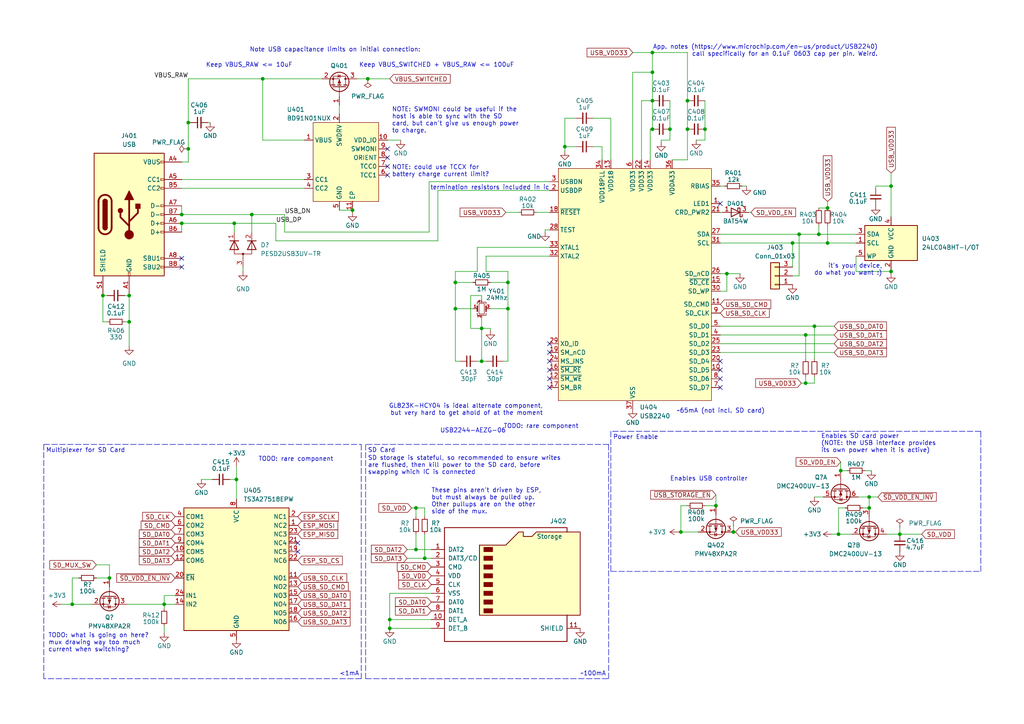
<source format=kicad_sch>
(kicad_sch (version 20211123) (generator eeschema)
  (paper "A4")
  (title_block (title "gay ipod storage + usb interface") (date "2022-09-04") (rev "1"))
  (lib_symbols
    (symbol "Analog_Switch:TS3A27518EPW"
      (property "Reference" "U" (at -13.97 19.05 0))
      (property "Value" "TS3A27518EPW" (at 8.89 19.05 0))
      (symbol "TS3A27518EPW_1_1"
        (pin bidirectional line (at 17.78 12.7 180) (length 2.54) (name "NC2") (number "1"))
        (pin bidirectional line (at -17.78 5.08 0) (length 2.54) (name "COM5") (number "10"))
        (pin bidirectional line (at 17.78 -2.54 180) (length 2.54) (name "NO1") (number "11"))
        (pin bidirectional line (at -17.78 2.54 0) (length 2.54) (name "COM6") (number "12"))
        (pin bidirectional line (at 17.78 -5.08 180) (length 2.54) (name "NO2") (number "13"))
        (pin input line (at -17.78 -10.16 0) (length 2.54) (name "IN2") (number "14"))
        (pin bidirectional line (at 17.78 -7.62 180) (length 2.54) (name "NO3") (number "15"))
        (pin bidirectional line (at 17.78 -15.24 180) (length 2.54) (name "NO6") (number "16"))
        (pin bidirectional line (at 17.78 -10.16 180) (length 2.54) (name "NO4") (number "17"))
        (pin bidirectional line (at 17.78 -12.7 180) (length 2.54) (name "NO5") (number "18"))
        (pin bidirectional line (at 17.78 5.08 180) (length 2.54) (name "NC5") (number "19"))
        (pin bidirectional line (at 17.78 15.24 180) (length 2.54) (name "NC1") (number "2"))
        (pin input line (at -17.78 -2.54 0) (length 2.54) (name "~{EN}") (number "20"))
        (pin bidirectional line (at 17.78 7.62 180) (length 2.54) (name "NC4") (number "21"))
        (pin bidirectional line (at 17.78 2.54 180) (length 2.54) (name "NC6") (number "22"))
        (pin bidirectional line (at 17.78 10.16 180) (length 2.54) (name "NC3") (number "23"))
        (pin input line (at -17.78 -7.62 0) (length 2.54) (name "IN1") (number "24"))
        (pin no_connect line (at -15.24 -15.24 0) (length 2.54) hide (name "N.C.") (number "3"))
        (pin bidirectional line (at -17.78 15.24 0) (length 2.54) (name "COM1") (number "4"))
        (pin power_in line (at 0 -20.32 90) (length 2.54) (name "GND") (number "5"))
        (pin bidirectional line (at -17.78 12.7 0) (length 2.54) (name "COM2") (number "6"))
        (pin bidirectional line (at -17.78 10.16 0) (length 2.54) (name "COM3") (number "7"))
        (pin power_in line (at 0 20.32 270) (length 2.54) (name "VCC") (number "8"))
        (pin bidirectional line (at -17.78 7.62 0) (length 2.54) (name "COM4") (number "9"))
      )
    )
    (symbol "Connector:Micro_SD_Card_Det_Hirose_DM3AT" (pin_names (offset 1.016))
      (property "Reference" "J" (at -16.51 17.78 0))
      (property "Value" "Micro_SD_Card_Det_Hirose_DM3AT" (at 16.51 17.78 0))
      (symbol "Micro_SD_Card_Det_Hirose_DM3AT_1_1"
        (pin bidirectional line (at -22.86 10.16 0) (length 3.81) (name "DAT2") (number "1"))
        (pin passive line (at -22.86 -10.16 0) (length 3.81) (name "DET_A") (number "10"))
        (pin passive line (at 20.32 -12.7 180) (length 3.81) (name "SHIELD") (number "11"))
        (pin bidirectional line (at -22.86 7.62 0) (length 3.81) (name "DAT3/CD") (number "2"))
        (pin input line (at -22.86 5.08 0) (length 3.81) (name "CMD") (number "3"))
        (pin power_in line (at -22.86 2.54 0) (length 3.81) (name "VDD") (number "4"))
        (pin input line (at -22.86 0 0) (length 3.81) (name "CLK") (number "5"))
        (pin power_in line (at -22.86 -2.54 0) (length 3.81) (name "VSS") (number "6"))
        (pin bidirectional line (at -22.86 -5.08 0) (length 3.81) (name "DAT0") (number "7"))
        (pin bidirectional line (at -22.86 -7.62 0) (length 3.81) (name "DAT1") (number "8"))
        (pin passive line (at -22.86 -12.7 0) (length 3.81) (name "DET_B") (number "9"))
      )
    )
    (symbol "Connector:USB_C_Receptacle_USB2.0" (pin_names (offset 1.016))
      (property "Reference" "J" (at -10.16 19.05 0))
      (property "Value" "USB_C_Receptacle_USB2.0" (at 19.05 19.05 0))
      (symbol "USB_C_Receptacle_USB2.0_1_1"
        (pin passive line (at 0 -22.86 90) (length 5.08) (name "GND") (number "A1"))
        (pin passive line (at 0 -22.86 90) (length 5.08) hide (name "GND") (number "A12"))
        (pin passive line (at 15.24 15.24 180) (length 5.08) (name "VBUS") (number "A4"))
        (pin bidirectional line (at 15.24 10.16 180) (length 5.08) (name "CC1") (number "A5"))
        (pin bidirectional line (at 15.24 -2.54 180) (length 5.08) (name "D+") (number "A6"))
        (pin bidirectional line (at 15.24 2.54 180) (length 5.08) (name "D-") (number "A7"))
        (pin bidirectional line (at 15.24 -12.7 180) (length 5.08) (name "SBU1") (number "A8"))
        (pin passive line (at 15.24 15.24 180) (length 5.08) hide (name "VBUS") (number "A9"))
        (pin passive line (at 0 -22.86 90) (length 5.08) hide (name "GND") (number "B1"))
        (pin passive line (at 0 -22.86 90) (length 5.08) hide (name "GND") (number "B12"))
        (pin passive line (at 15.24 15.24 180) (length 5.08) hide (name "VBUS") (number "B4"))
        (pin bidirectional line (at 15.24 7.62 180) (length 5.08) (name "CC2") (number "B5"))
        (pin bidirectional line (at 15.24 -5.08 180) (length 5.08) (name "D+") (number "B6"))
        (pin bidirectional line (at 15.24 0 180) (length 5.08) (name "D-") (number "B7"))
        (pin bidirectional line (at 15.24 -15.24 180) (length 5.08) (name "SBU2") (number "B8"))
        (pin passive line (at 15.24 15.24 180) (length 5.08) hide (name "VBUS") (number "B9"))
        (pin passive line (at -7.62 -22.86 90) (length 5.08) (name "SHIELD") (number "S1"))
      )
    )
    (symbol "Connector_Generic:Conn_01x03" (pin_names (offset 1.016) hide)
      (property "Reference" "J" (at 0 5.08 0))
      (property "Value" "Conn_01x03" (at 0 -5.08 0))
      (symbol "Conn_01x03_1_1"
        (pin passive line (at -5.08 2.54 0) (length 3.81) (name "Pin_1") (number "1"))
        (pin passive line (at -5.08 0 0) (length 3.81) (name "Pin_2") (number "2"))
        (pin passive line (at -5.08 -2.54 0) (length 3.81) (name "Pin_3") (number "3"))
      )
    )
    (symbol "Device:C_Small" (pin_numbers hide) (pin_names (offset 0.254) hide)
      (property "Reference" "C" (at 0.254 1.778 0))
      (property "Value" "C_Small" (at 0.254 -2.032 0))
      (symbol "C_Small_1_1"
        (pin passive line (at 0 2.54 270) (length 2.032) (name "~") (number "1"))
        (pin passive line (at 0 -2.54 90) (length 2.032) (name "~") (number "2"))
      )
    )
    (symbol "Device:Crystal_GND24_Small" (pin_names (offset 1.016) hide)
      (property "Reference" "Y" (at 1.27 4.445 0))
      (property "Value" "Crystal_GND24_Small" (at 1.27 2.54 0))
      (symbol "Crystal_GND24_Small_1_1"
        (pin passive line (at -2.54 0 0) (length 1.27) (name "1") (number "1"))
        (pin passive line (at 0 -2.54 90) (length 0.635) (name "2") (number "2"))
        (pin passive line (at 2.54 0 180) (length 1.27) (name "3") (number "3"))
        (pin passive line (at 0 2.54 270) (length 0.635) (name "4") (number "4"))
      )
    )
    (symbol "Device:D_Dual_CommonAnode_KKA_Parallel" (pin_names (offset 0.762) hide)
      (property "Reference" "D" (at 0 5.08 0))
      (property "Value" "D_Dual_CommonAnode_KKA_Parallel" (at 0 -5.08 0))
      (symbol "D_Dual_CommonAnode_KKA_Parallel_0_1"
        (pin passive line (at 5.08 2.54 180) (length 2.54) (name "K") (number "1"))
        (pin passive line (at 5.08 -2.54 180) (length 2.54) (name "K") (number "2"))
        (pin passive line (at -5.08 0 0) (length 2.54) (name "A") (number "3"))
      )
    )
    (symbol "Device:Q_PMOS_GSD" (pin_names (offset 0) hide)
      (property "Reference" "Q" (at 5.08 1.27 0))
      (property "Value" "Q_PMOS_GSD" (at 5.08 -1.27 0))
      (symbol "Q_PMOS_GSD_1_1"
        (pin input line (at -5.08 0 0) (length 2.54) (name "G") (number "1"))
        (pin passive line (at 2.54 -5.08 90) (length 2.54) (name "S") (number "2"))
        (pin passive line (at 2.54 5.08 270) (length 2.54) (name "D") (number "3"))
      )
    )
    (symbol "Device:R_Small" (pin_numbers hide) (pin_names (offset 0.254) hide)
      (property "Reference" "R" (at 0.762 0.508 0))
      (property "Value" "R_Small" (at 0.762 -1.016 0))
      (symbol "R_Small_1_1"
        (pin passive line (at 0 2.54 270) (length 0.762) (name "~") (number "1"))
        (pin passive line (at 0 -2.54 90) (length 0.762) (name "~") (number "2"))
      )
    )
    (symbol "Diode:BAT54W" (pin_names (offset 1.016) hide)
      (property "Reference" "D" (at 0 2.54 0))
      (property "Value" "BAT54W" (at 0 -2.54 0))
      (symbol "BAT54W_1_1"
        (pin passive line (at 3.81 0 180) (length 2.54) (name "A") (number "1"))
        (pin no_connect line (at 0 0 90) (length 2.54) hide (name "NC") (number "2"))
        (pin passive line (at -3.81 0 0) (length 2.54) (name "K") (number "3"))
      )
    )
    (symbol "Memory_EEPROM:24AA02-OT"
      (property "Reference" "U?" (at -8.89 1.2701 0))
      (property "Value" "24LC08BHT-I/OT " (at -8.89 -1.2699 0))
      (symbol "24AA02-OT_1_1"
        (pin input line (at 10.16 0 180) (length 2.54) (name "SCL") (number "1"))
        (pin power_in line (at 0 -7.62 90) (length 2.54) (name "GND") (number "2"))
        (pin bidirectional line (at 10.16 2.54 180) (length 2.54) (name "SDA") (number "3"))
        (pin power_in line (at 0 7.62 270) (length 2.54) (name "VCC") (number "4"))
        (pin input line (at 10.16 -3.81 180) (length 2.54) (name "WP") (number "5"))
      )
    )
    (symbol "Transistor_FET:DMC2053UVT" (pin_names hide)
      (property "Reference" "Q" (at 3.175 1.27 0))
      (property "Value" "DMC2053UVT" (at 3.175 -1.27 0))
      (symbol "DMC2053UVT_1_1"
        (pin passive line (at -7.62 0 0) (length 2.54) (name "G") (number "1"))
        (pin passive line (at 0 -5.08 90) (length 2.54) (name "S") (number "5"))
        (pin passive line (at 0 5.08 270) (length 2.54) (name "D") (number "6"))
      )
      (symbol "DMC2053UVT_2_1"
        (pin passive line (at 0 -5.08 90) (length 2.54) (name "S") (number "2"))
        (pin passive line (at -7.62 0 0) (length 2.54) (name "G") (number "3"))
        (pin passive line (at 0 5.08 270) (length 2.54) (name "D") (number "4"))
      )
    )
    (symbol "power:+3V3" (power) (pin_names (offset 0))
      (property "Value" "+3V3" (at 0 3.556 0))
      (symbol "+3V3_1_1"
        (pin power_in line (at 0 0 90) (length 0) hide (name "+3V3") (number "1"))
      )
    )
    (symbol "power:GND" (power) (pin_names (offset 0))
      (property "Value" "GND" (at 0 -3.81 0))
      (symbol "GND_1_1"
        (pin power_in line (at 0 0 270) (length 0) hide (name "GND") (number "1"))
      )
    )
    (symbol "power:PWR_FLAG" (power) (pin_numbers hide) (pin_names (offset 0) hide)
      (property "Value" "PWR_FLAG" (at 0 3.81 0))
      (symbol "PWR_FLAG_0_0"
        (pin power_out line (at 0 0 90) (length 0) (name "pwr") (number "1"))
      )
    )
    (symbol "symbols:BD91N01NUX"
      (property "Reference" "U" (at 0 13.97 0))
      (property "Value" "BD91N01NUX" (at 5.08 16.51 0))
      (symbol "BD91N01NUX_1_1"
        (pin input line (at -15.24 7.62 0) (length 2.54) (name "VBUS") (number "1"))
        (pin input line (at 8.89 7.62 180) (length 2.54) (name "VDD_IO") (number "10"))
        (pin input line (at -1.27 -12.7 90) (length 2.54) (name "EP") (number "11"))
        (pin output line (at -5.08 15.24 270) (length 2.54) (name "SWDRV") (number "2"))
        (pin input line (at -15.24 -3.81 0) (length 2.54) (name "CC1") (number "3"))
        (pin input line (at -15.24 -6.35 0) (length 2.54) (name "CC2") (number "4"))
        (pin input line (at -5.08 -12.7 90) (length 2.54) (name "GND") (number "5"))
        (pin output line (at 8.89 -2.54 180) (length 2.54) (name "TCC1") (number "6"))
        (pin output line (at 8.89 0 180) (length 2.54) (name "TCC0") (number "7"))
        (pin output line (at 8.89 2.54 180) (length 2.54) (name "ORIENT") (number "8"))
        (pin output line (at 8.89 5.08 180) (length 2.54) (name "SWMONI") (number "9"))
      )
    )
    (symbol "symbols:USB2240"
      (property "Reference" "U" (at 1.27 1.27 0))
      (property "Value" "USB2240" (at 1.27 -1.27 0))
      (symbol "USB2240_0_0"
        (pin unspecified line (at 25.4 22.86 180) (length 2.54) (name "LED1") (number "1"))
        (pin unspecified line (at 25.4 -25.4 180) (length 2.54) (name "SD_D5") (number "10"))
        (pin unspecified line (at 25.4 -6.35 180) (length 2.54) (name "SD_CMD") (number "11"))
        (pin unspecified line (at -24.13 -27.94 0) (length 2.54) (name "~{SM_WE}") (number "12"))
        (pin unspecified line (at -6.35 35.56 270) (length 2.54) (name "VDD18") (number "13"))
        (pin unspecified line (at 5.08 35.56 270) (length 2.54) (name "VDD33") (number "14"))
        (pin unspecified line (at 25.4 0 180) (length 2.54) (name "~{SD_CE}") (number "15"))
        (pin unspecified line (at -24.13 -25.4 0) (length 2.54) (name "~{SM_RE}") (number "16"))
        (pin unspecified line (at -24.13 -30.48 0) (length 2.54) (name "SM_BR") (number "17"))
        (pin unspecified line (at -24.13 20.32 0) (length 2.54) (name "~{RESET}") (number "18"))
        (pin unspecified line (at -24.13 -20.32 0) (length 2.54) (name "SM_nCD") (number "19"))
        (pin unspecified line (at -24.13 26.67 0) (length 2.54) (name "USBDP") (number "2"))
        (pin unspecified line (at 25.4 -22.86 180) (length 2.54) (name "SD_D4") (number "20"))
        (pin unspecified line (at 25.4 20.32 180) (length 2.54) (name "CRD_PWR2") (number "21"))
        (pin unspecified line (at 2.54 35.56 270) (length 2.54) (name "VDD33") (number "22"))
        (pin unspecified line (at 25.4 -20.32 180) (length 2.54) (name "SD_D3") (number "23"))
        (pin unspecified line (at -24.13 -22.86 0) (length 2.54) (name "MS_INS") (number "24"))
        (pin unspecified line (at 25.4 -17.78 180) (length 2.54) (name "SD_D2") (number "25"))
        (pin unspecified line (at 25.4 2.54 180) (length 2.54) (name "SD_nCD") (number "26"))
        (pin unspecified line (at 25.4 13.97 180) (length 2.54) (name "SDA") (number "27"))
        (pin unspecified line (at -24.13 15.24 0) (length 2.54) (name "TEST") (number "28"))
        (pin unspecified line (at -24.13 -17.78 0) (length 2.54) (name "XD_ID") (number "29"))
        (pin unspecified line (at -24.13 29.21 0) (length 2.54) (name "USBDN") (number "3"))
        (pin unspecified line (at 25.4 -2.54 180) (length 2.54) (name "SD_WP") (number "30"))
        (pin unspecified line (at 25.4 11.43 180) (length 2.54) (name "SCL") (number "31"))
        (pin unspecified line (at -24.13 7.62 0) (length 2.54) (name "XTAL2") (number "32"))
        (pin unspecified line (at -24.13 10.16 0) (length 2.54) (name "XTAL1") (number "33"))
        (pin unspecified line (at -8.89 35.56 270) (length 2.54) (name "VDD18PLL") (number "34"))
        (pin unspecified line (at 25.4 27.94 180) (length 2.54) (name "RBIAS") (number "35"))
        (pin unspecified line (at 11.43 35.56 270) (length 2.54) (name "VDDA33") (number "36"))
        (pin unspecified line (at 0 -36.83 90) (length 2.54) (name "VSS") (number "37"))
        (pin unspecified line (at 25.4 -15.24 180) (length 2.54) (name "SD_D1") (number "4"))
        (pin unspecified line (at 25.4 -12.7 180) (length 2.54) (name "SD_D0") (number "5"))
        (pin unspecified line (at 0 35.56 270) (length 2.54) (name "VDD33") (number "6"))
        (pin unspecified line (at 25.4 -30.48 180) (length 2.54) (name "SD_D7") (number "7"))
        (pin unspecified line (at 25.4 -27.94 180) (length 2.54) (name "SD_D6") (number "8"))
        (pin unspecified line (at 25.4 -8.89 180) (length 2.54) (name "SD_CLK") (number "9"))
      )
    )
  )
  (junction (at 240.03 60.325))
  (junction (at 106.68 22.86))
  (junction (at 233.68 97.155))
  (junction (at 20.955 175.26))
  (junction (at 189.23 29.21))
  (junction (at 113.03 182.245))
  (junction (at 123.19 161.925))
  (junction (at 120.65 147.32))
  (junction (at 54.61 43.18))
  (junction (at 236.22 94.615))
  (junction (at 76.2 22.86))
  (junction (at 47.625 175.26))
  (junction (at 52.705 62.23))
  (junction (at 37.465 85.725))
  (junction (at 113.03 179.705))
  (junction (at 199.39 29.21))
  (junction (at 31.75 167.64))
  (junction (at 132.08 81.915))
  (junction (at 67.945 64.77))
  (junction (at 102.235 60.96))
  (junction (at 189.23 37.465))
  (junction (at 212.725 154.305))
  (junction (at 139.7 95.25))
  (junction (at 68.58 139.065))
  (junction (at 252.095 147.32))
  (junction (at 120.65 159.385))
  (junction (at 231.775 67.945))
  (junction (at 237.49 67.945))
  (junction (at 210.82 79.375))
  (junction (at 197.485 154.305))
  (junction (at 207.645 146.685))
  (junction (at 260.985 154.94))
  (junction (at 189.23 15.24))
  (junction (at 258.445 78.74))
  (junction (at 52.705 64.77))
  (junction (at 54.61 35.56))
  (junction (at 194.31 37.465))
  (junction (at 147.32 89.535))
  (junction (at 139.7 104.775))
  (junction (at 189.23 20.955))
  (junction (at 243.205 154.94))
  (junction (at 240.03 70.485))
  (junction (at 243.84 136.525))
  (junction (at 233.68 111.125))
  (junction (at 258.445 53.975))
  (junction (at 229.87 70.485))
  (junction (at 73.025 62.23))
  (junction (at 204.47 37.465))
  (junction (at 252.095 144.145))
  (junction (at 132.08 89.535))
  (junction (at 37.465 93.345))
  (junction (at 163.83 42.545))
  (junction (at 199.39 37.465))
  (junction (at 147.32 81.915))
  (junction (at 29.845 85.725))
  (no_connect (at 112.395 43.18))
  (no_connect (at 86.36 157.48))
  (no_connect (at 86.36 160.02))
  (no_connect (at 208.915 59.055))
  (no_connect (at 112.395 45.72))
  (no_connect (at 112.395 48.26))
  (no_connect (at 112.395 50.8))
  (no_connect (at 52.705 74.93))
  (no_connect (at 208.915 104.775))
  (no_connect (at 208.915 107.315))
  (no_connect (at 208.915 109.855))
  (no_connect (at 208.915 112.395))
  (no_connect (at 159.385 102.235))
  (no_connect (at 159.385 99.695))
  (no_connect (at 159.385 112.395))
  (no_connect (at 159.385 109.855))
  (no_connect (at 159.385 107.315))
  (no_connect (at 159.385 104.775))
  (no_connect (at 52.705 77.47))
  (wire (pts (xy 210.82 79.375) (xy 210.82 84.455)))
  (wire (pts (xy 133.35 104.775) (xy 132.08 104.775)))
  (wire (pts (xy 236.22 144.145) (xy 238.76 144.145)))
  (wire (pts (xy 204.47 37.465) (xy 204.47 40.64)))
  (wire (pts (xy 217.805 61.595) (xy 217.17 61.595)))
  (wire (pts (xy 204.47 146.685) (xy 207.645 146.685)))
  (wire (pts (xy 210.82 79.375) (xy 214.63 79.375)))
  (wire (pts (xy 112.395 40.64) (xy 116.205 40.64)))
  (wire (pts (xy 243.84 133.985) (xy 243.84 136.525)))
  (wire (pts (xy 52.705 54.61) (xy 88.265 54.61)))
  (wire (pts (xy 260.985 153.035) (xy 260.985 154.94)))
  (wire (pts (xy 258.445 78.74) (xy 258.445 78.105)))
  (wire (pts (xy 37.465 93.345) (xy 37.465 100.33)))
  (wire (pts (xy 52.705 64.77) (xy 67.945 64.77)))
  (wire (pts (xy 70.485 78.74) (xy 70.485 77.47)))
  (wire (pts (xy 240.03 65.405) (xy 240.03 70.485)))
  (wire (pts (xy 245.11 147.32) (xy 243.205 147.32)))
  (wire (pts (xy 66.675 139.065) (xy 68.58 139.065)))
  (wire (pts (xy 142.24 95.885) (xy 142.24 95.25)))
  (wire (pts (xy 20.955 175.26) (xy 26.67 175.26)))
  (wire (pts (xy 58.42 139.065) (xy 61.595 139.065)))
  (wire (pts (xy 229.87 70.485) (xy 229.87 77.47)))
  (wire (pts (xy 241.935 94.615) (xy 236.22 94.615)))
  (wire (pts (xy 216.535 53.975) (xy 215.265 53.975)))
  (wire (pts (xy 241.3 154.94) (xy 243.205 154.94)))
  (wire (pts (xy 132.08 78.74) (xy 132.08 81.915)))
  (wire (pts (xy 231.775 67.945) (xy 237.49 67.945)))
  (wire (pts (xy 76.2 40.64) (xy 88.265 40.64)))
  (wire (pts (xy 248.92 144.145) (xy 252.095 144.145)))
  (polyline (pts (xy 12.7 196.85) (xy 12.7 128.905)))
  (wire (pts (xy 27.94 163.83) (xy 31.75 163.83)))
  (wire (pts (xy 125.095 182.245) (xy 113.03 182.245)))
  (wire (pts (xy 136.525 95.25) (xy 139.7 95.25)))
  (wire (pts (xy 36.83 175.26) (xy 47.625 175.26)))
  (wire (pts (xy 68.58 135.255) (xy 68.58 139.065)))
  (wire (pts (xy 159.385 55.245) (xy 127 55.245)))
  (wire (pts (xy 54.61 22.86) (xy 54.61 35.56)))
  (wire (pts (xy 233.68 97.155) (xy 233.68 104.14)))
  (wire (pts (xy 236.22 94.615) (xy 208.915 94.615)))
  (wire (pts (xy 241.935 97.155) (xy 233.68 97.155)))
  (wire (pts (xy 167.005 42.545) (xy 163.83 42.545)))
  (wire (pts (xy 123.19 154.94) (xy 123.19 161.925)))
  (wire (pts (xy 208.915 67.945) (xy 231.775 67.945)))
  (wire (pts (xy 140.97 74.295) (xy 140.97 78.74)))
  (wire (pts (xy 163.83 34.29) (xy 163.83 42.545)))
  (wire (pts (xy 159.385 74.295) (xy 140.97 74.295)))
  (wire (pts (xy 208.915 102.235) (xy 241.935 102.235)))
  (wire (pts (xy 159.385 71.755) (xy 138.43 71.755)))
  (wire (pts (xy 76.2 22.86) (xy 54.61 22.86)))
  (wire (pts (xy 258.445 79.375) (xy 258.445 78.74)))
  (wire (pts (xy 73.025 62.23) (xy 73.025 67.31)))
  (wire (pts (xy 147.32 81.915) (xy 147.32 89.535)))
  (wire (pts (xy 194.31 37.465) (xy 194.31 40.64)))
  (wire (pts (xy 60.96 35.56) (xy 60.325 35.56)))
  (wire (pts (xy 245.745 136.525) (xy 243.84 136.525)))
  (wire (pts (xy 36.195 85.725) (xy 37.465 85.725)))
  (wire (pts (xy 212.725 152.4) (xy 212.725 154.305)))
  (wire (pts (xy 210.185 53.975) (xy 208.915 53.975)))
  (wire (pts (xy 159.385 66.675) (xy 158.115 66.675)))
  (wire (pts (xy 237.49 65.405) (xy 237.49 67.945)))
  (polyline (pts (xy 284.48 125.095) (xy 177.165 125.095)))
  (wire (pts (xy 208.915 70.485) (xy 229.87 70.485)))
  (wire (pts (xy 243.205 154.94) (xy 247.015 154.94)))
  (wire (pts (xy 31.75 163.83) (xy 31.75 167.64)))
  (wire (pts (xy 209.55 61.595) (xy 208.915 61.595)))
  (wire (pts (xy 252.095 144.145) (xy 254.635 144.145)))
  (wire (pts (xy 139.7 104.775) (xy 140.97 104.775)))
  (wire (pts (xy 189.23 15.24) (xy 189.23 20.955)))
  (wire (pts (xy 146.05 104.775) (xy 147.32 104.775)))
  (wire (pts (xy 29.845 85.725) (xy 29.845 93.345)))
  (wire (pts (xy 188.595 46.355) (xy 188.595 37.465)))
  (wire (pts (xy 29.845 85.725) (xy 31.115 85.725)))
  (wire (pts (xy 55.245 35.56) (xy 54.61 35.56)))
  (wire (pts (xy 118.11 161.925) (xy 123.19 161.925)))
  (wire (pts (xy 188.595 37.465) (xy 189.23 37.465)))
  (wire (pts (xy 250.19 147.32) (xy 252.095 147.32)))
  (wire (pts (xy 199.39 37.465) (xy 199.39 46.355)))
  (wire (pts (xy 136.525 85.725) (xy 136.525 95.25)))
  (wire (pts (xy 20.955 167.64) (xy 22.86 167.64)))
  (wire (pts (xy 248.285 74.295) (xy 248.285 78.74)))
  (wire (pts (xy 258.445 50.165) (xy 258.445 53.975)))
  (wire (pts (xy 27.94 167.64) (xy 31.75 167.64)))
  (wire (pts (xy 29.845 93.345) (xy 31.115 93.345)))
  (wire (pts (xy 125.095 172.085) (xy 113.03 172.085)))
  (wire (pts (xy 194.945 46.355) (xy 199.39 46.355)))
  (wire (pts (xy 120.65 147.32) (xy 120.65 149.86)))
  (wire (pts (xy 189.23 29.21) (xy 189.23 37.465)))
  (wire (pts (xy 204.47 40.64) (xy 201.93 40.64)))
  (wire (pts (xy 233.68 109.22) (xy 233.68 111.125)))
  (wire (pts (xy 199.39 15.24) (xy 199.39 29.21)))
  (wire (pts (xy 142.24 81.915) (xy 147.32 81.915)))
  (wire (pts (xy 189.23 20.955) (xy 189.23 29.21)))
  (wire (pts (xy 138.43 104.775) (xy 139.7 104.775)))
  (wire (pts (xy 177.165 34.29) (xy 177.165 46.355)))
  (wire (pts (xy 236.22 94.615) (xy 236.22 104.14)))
  (wire (pts (xy 174.625 42.545) (xy 174.625 46.355)))
  (wire (pts (xy 260.985 154.94) (xy 267.335 154.94)))
  (wire (pts (xy 233.68 111.125) (xy 236.22 111.125)))
  (wire (pts (xy 233.68 97.155) (xy 208.915 97.155)))
  (wire (pts (xy 194.31 29.21) (xy 194.31 37.465)))
  (wire (pts (xy 207.645 143.51) (xy 207.645 146.685)))
  (wire (pts (xy 52.705 64.77) (xy 52.705 67.31)))
  (wire (pts (xy 159.385 52.705) (xy 124.46 52.705)))
  (wire (pts (xy 138.43 78.74) (xy 132.08 78.74)))
  (wire (pts (xy 231.775 80.01) (xy 231.775 67.945)))
  (wire (pts (xy 240.03 70.485) (xy 248.285 70.485)))
  (wire (pts (xy 80.01 69.85) (xy 80.01 64.77)))
  (wire (pts (xy 20.955 175.26) (xy 20.955 167.64)))
  (wire (pts (xy 37.465 85.09) (xy 37.465 85.725)))
  (wire (pts (xy 54.61 35.56) (xy 54.61 43.18)))
  (wire (pts (xy 123.19 147.32) (xy 123.19 149.86)))
  (wire (pts (xy 252.095 144.145) (xy 252.095 147.32)))
  (polyline (pts (xy 106.045 128.905) (xy 106.045 196.85)))
  (wire (pts (xy 199.39 29.21) (xy 199.39 37.465)))
  (wire (pts (xy 47.625 175.26) (xy 50.8 175.26)))
  (polyline (pts (xy 104.775 128.905) (xy 104.775 196.85)))
  (wire (pts (xy 140.97 78.74) (xy 147.32 78.74)))
  (wire (pts (xy 120.65 159.385) (xy 125.095 159.385)))
  (wire (pts (xy 29.845 85.09) (xy 29.845 85.725)))
  (wire (pts (xy 208.915 84.455) (xy 210.82 84.455)))
  (wire (pts (xy 191.77 40.64) (xy 191.77 41.275)))
  (wire (pts (xy 127 69.85) (xy 127 55.245)))
  (wire (pts (xy 236.22 111.125) (xy 236.22 109.22)))
  (wire (pts (xy 47.625 181.61) (xy 47.625 183.515)))
  (wire (pts (xy 47.625 172.72) (xy 50.8 172.72)))
  (wire (pts (xy 183.515 20.955) (xy 189.23 20.955)))
  (wire (pts (xy 17.78 175.26) (xy 20.955 175.26)))
  (wire (pts (xy 68.58 139.065) (xy 68.58 144.78)))
  (wire (pts (xy 113.03 179.705) (xy 125.095 179.705)))
  (wire (pts (xy 132.08 104.775) (xy 132.08 89.535)))
  (wire (pts (xy 139.7 95.25) (xy 139.7 104.775)))
  (polyline (pts (xy 177.165 125.095) (xy 177.165 165.735)))
  (wire (pts (xy 158.115 66.675) (xy 158.115 67.31)))
  (wire (pts (xy 80.01 69.85) (xy 127 69.85)))
  (wire (pts (xy 120.65 154.94) (xy 120.65 159.385)))
  (wire (pts (xy 167.005 34.29) (xy 163.83 34.29)))
  (polyline (pts (xy 177.165 165.735) (xy 284.48 165.735)))
  (wire (pts (xy 82.55 67.31) (xy 82.55 62.23)))
  (wire (pts (xy 123.19 161.925) (xy 125.095 161.925)))
  (wire (pts (xy 229.87 70.485) (xy 240.03 70.485)))
  (wire (pts (xy 142.24 95.25) (xy 139.7 95.25)))
  (wire (pts (xy 103.505 22.86) (xy 106.68 22.86)))
  (wire (pts (xy 119.38 147.32) (xy 120.65 147.32)))
  (wire (pts (xy 67.945 64.77) (xy 80.01 64.77)))
  (wire (pts (xy 82.55 67.31) (xy 124.46 67.31)))
  (wire (pts (xy 183.515 46.355) (xy 183.515 20.955)))
  (wire (pts (xy 76.2 40.64) (xy 76.2 22.86)))
  (wire (pts (xy 54.61 43.18) (xy 54.61 46.99)))
  (wire (pts (xy 113.03 172.085) (xy 113.03 179.705)))
  (wire (pts (xy 37.465 85.725) (xy 37.465 93.345)))
  (wire (pts (xy 52.705 46.99) (xy 54.61 46.99)))
  (wire (pts (xy 254 53.975) (xy 258.445 53.975)))
  (polyline (pts (xy 284.48 165.735) (xy 284.48 125.095)))
  (wire (pts (xy 208.915 79.375) (xy 210.82 79.375)))
  (wire (pts (xy 252.73 136.525) (xy 250.825 136.525)))
  (wire (pts (xy 257.175 154.94) (xy 260.985 154.94)))
  (wire (pts (xy 208.915 99.695) (xy 241.935 99.695)))
  (wire (pts (xy 237.49 67.945) (xy 248.285 67.945)))
  (polyline (pts (xy 176.53 128.905) (xy 106.045 128.905)))
  (wire (pts (xy 248.285 78.74) (xy 258.445 78.74)))
  (wire (pts (xy 243.205 147.32) (xy 243.205 154.94)))
  (wire (pts (xy 52.705 62.23) (xy 73.025 62.23)))
  (wire (pts (xy 213.36 154.305) (xy 212.725 154.305)))
  (wire (pts (xy 139.7 85.725) (xy 139.7 86.995)))
  (wire (pts (xy 197.485 154.305) (xy 202.565 154.305)))
  (wire (pts (xy 254 54.61) (xy 254 53.975)))
  (wire (pts (xy 183.515 15.24) (xy 189.23 15.24)))
  (wire (pts (xy 237.49 60.325) (xy 240.03 60.325)))
  (wire (pts (xy 36.195 93.345) (xy 37.465 93.345)))
  (wire (pts (xy 189.23 15.24) (xy 199.39 15.24)))
  (wire (pts (xy 118.11 159.385) (xy 120.65 159.385)))
  (wire (pts (xy 113.03 179.705) (xy 113.03 182.245)))
  (wire (pts (xy 194.31 40.64) (xy 191.77 40.64)))
  (wire (pts (xy 142.24 89.535) (xy 147.32 89.535)))
  (wire (pts (xy 258.445 53.975) (xy 258.445 62.865)))
  (wire (pts (xy 163.83 42.545) (xy 163.83 43.815)))
  (wire (pts (xy 139.7 85.725) (xy 136.525 85.725)))
  (wire (pts (xy 186.055 46.355) (xy 186.055 29.21)))
  (wire (pts (xy 155.575 61.595) (xy 159.385 61.595)))
  (wire (pts (xy 172.085 34.29) (xy 177.165 34.29)))
  (wire (pts (xy 67.945 64.77) (xy 67.945 67.31)))
  (wire (pts (xy 139.7 92.075) (xy 139.7 95.25)))
  (wire (pts (xy 232.41 111.125) (xy 233.68 111.125)))
  (wire (pts (xy 132.08 89.535) (xy 137.16 89.535)))
  (wire (pts (xy 73.025 62.23) (xy 82.55 62.23)))
  (polyline (pts (xy 106.045 196.85) (xy 176.53 196.85)))
  (polyline (pts (xy 176.53 196.85) (xy 176.53 128.905)))
  (wire (pts (xy 132.08 81.915) (xy 132.08 89.535)))
  (wire (pts (xy 47.625 172.72) (xy 47.625 175.26)))
  (polyline (pts (xy 104.775 196.85) (xy 12.7 196.85)))
  (wire (pts (xy 186.055 29.21) (xy 189.23 29.21)))
  (wire (pts (xy 93.345 22.86) (xy 76.2 22.86)))
  (wire (pts (xy 229.87 80.01) (xy 231.775 80.01)))
  (wire (pts (xy 106.68 22.86) (xy 113.03 22.86)))
  (wire (pts (xy 120.65 147.32) (xy 123.19 147.32)))
  (wire (pts (xy 197.485 146.685) (xy 197.485 154.305)))
  (polyline (pts (xy 12.7 128.905) (xy 104.775 128.905)))
  (wire (pts (xy 137.16 81.915) (xy 132.08 81.915)))
  (wire (pts (xy 196.85 154.305) (xy 197.485 154.305)))
  (wire (pts (xy 204.47 29.21) (xy 204.47 37.465)))
  (wire (pts (xy 52.705 62.23) (xy 52.705 59.69)))
  (wire (pts (xy 199.39 146.685) (xy 197.485 146.685)))
  (wire (pts (xy 98.425 60.96) (xy 102.235 60.96)))
  (wire (pts (xy 172.085 42.545) (xy 174.625 42.545)))
  (wire (pts (xy 147.32 104.775) (xy 147.32 89.535)))
  (wire (pts (xy 146.685 61.595) (xy 150.495 61.595)))
  (wire (pts (xy 240.03 58.42) (xy 240.03 60.325)))
  (wire (pts (xy 147.32 78.74) (xy 147.32 81.915)))
  (wire (pts (xy 138.43 71.755) (xy 138.43 78.74)))
  (wire (pts (xy 102.235 60.96) (xy 102.235 61.595)))
  (wire (pts (xy 124.46 67.31) (xy 124.46 52.705)))
  (wire (pts (xy 47.625 175.26) (xy 47.625 176.53)))
  (wire (pts (xy 52.705 52.07) (xy 88.265 52.07)))
  (wire (pts (xy 98.425 30.48) (xy 98.425 33.02)))
  (text "Keep VBUS_RAW <= 10uF" (at 59.69 19.685 0) (effects (font (size 1.27 1.27)) (justify left bottom)))
  (text "<1mA" (at 98.425 196.215 0) (effects (font (size 1.27 1.27)) (justify left bottom)))
  (text "App. notes (https://www.microchip.com/en-us/product/USB2240)\ncall specifically for an 0.1uF 0603 cap per pin. Weird." (at 254.635 16.51 0) (effects (font (size 1.27 1.27)) (justify right bottom)))
  (text "USB2244-AEZG-06" (at 127.635 125.73 0) (effects (font (size 1.27 1.27)) (justify left bottom)))
  (text "These pins aren't driven by ESP,\nbut must always be pulled up.\nOther pullups are on the other\nside of the mux." (at 125.095 149.225 0) (effects (font (size 1.27 1.27)) (justify left bottom)))
  (text "NOTE: SWMONI could be useful if the\nhost is able to sync with the SD\ncard, but can't give us enough power\nto charge." (at 113.665 38.735 0) (effects (font (size 1.27 1.27)) (justify left bottom)))
  (text "it's your device,\ndo what you want :)" (at 255.905 80.01 180) (effects (font (size 1.27 1.27)) (justify right bottom)))
  (text "TODO: rare component" (at 146.05 124.46 0) (effects (font (size 1.27 1.27)) (justify left bottom)))
  (text "termination resistors included in ic" (at 159.385 55.245 180) (effects (font (size 1.27 1.27)) (justify right bottom)))
  (text "Keep VBUS_SWITCHED + VBUS_RAW <= 100uF" (at 104.14 19.685 0) (effects (font (size 1.27 1.27)) (justify left bottom)))
  (text "~100mA" (at 168.275 196.215 0) (effects (font (size 1.27 1.27)) (justify left bottom)))
  (text "~65mA (not incl. SD card)" (at 196.215 120.015 0) (effects (font (size 1.27 1.27)) (justify left bottom)))
  (text "Enables USB controller" (at 194.31 139.7 0) (effects (font (size 1.27 1.27)) (justify left bottom)))
  (text "Note USB capacitance limits on initial connection:" (at 72.39 15.24 0) (effects (font (size 1.27 1.27)) (justify left bottom)))
  (text "Multiplexer for SD Card" (at 13.335 131.445 0) (effects (font (size 1.27 1.27)) (justify left bottom)))
  (text "TODO: rare component" (at 74.93 133.985 0) (effects (font (size 1.27 1.27)) (justify left bottom)))
  (text "SD storage is stateful, so recommended to ensure writes\nare flushed, then kill power to the SD card, before\nswapping which IC is connected" (at 106.68 137.795 0) (effects (font (size 1.27 1.27)) (justify left bottom)))
  (text "SD Card" (at 106.68 131.445 0) (effects (font (size 1.27 1.27)) (justify left bottom)))
  (text "NOTE: could use TCCX for\nbattery charge current limit?" (at 113.665 51.435 0) (effects (font (size 1.27 1.27)) (justify left bottom)))
  (text "GL823K-HCY04 is ideal alternate component,\nbut very hard to get ahold of at the moment" (at 157.48 120.65 0) (effects (font (size 1.27 1.27)) (justify right bottom)))
  (text "TODO: what is going on here?\nmux drawing way too much\ncurrent when switching?" (at 13.97 189.23 0) (effects (font (size 1.27 1.27)) (justify left bottom)))
  (text "Power Enable" (at 177.8 127.635 0) (effects (font (size 1.27 1.27)) (justify left bottom)))
  (text "Enables SD card power\n(NOTE: the USB interface provides\nits own power when it is active)" (at 238.125 131.445 0) (effects (font (size 1.27 1.27)) (justify left bottom)))
  (label "VBUS_RAW" (at 54.61 22.86 180))
  (label "USB_DP" (at 80.01 64.77 0))
  (label "USB_DN" (at 82.55 62.23 0))
  (global_label "USB_SD_DAT0" (shape input) (at 86.36 172.72 0) (property "Intersheet References" "${INTERSHEET_REFS}" (effects hide)))
  (global_label "SD_DAT0" (shape input) (at 50.8 154.94 180) (property "Intersheet References" "${INTERSHEET_REFS}" (effects hide)))
  (global_label "ESP_MISO" (shape input) (at 86.36 154.94 0) (property "Intersheet References" "${INTERSHEET_REFS}" (effects hide)))
  (global_label "USB_SD_DAT2" (shape input) (at 86.36 177.8 0) (property "Intersheet References" "${INTERSHEET_REFS}" (effects hide)))
  (global_label "SD_DAT3" (shape input) (at 50.8 162.56 180) (property "Intersheet References" "${INTERSHEET_REFS}" (effects hide)))
  (global_label "ESP_SD_CS" (shape input) (at 86.36 162.56 0) (property "Intersheet References" "${INTERSHEET_REFS}" (effects hide)))
  (global_label "SD_VDD" (shape input) (at 267.335 154.94 0) (property "Intersheet References" "${INTERSHEET_REFS}" (effects hide)))
  (global_label "SD_CMD" (shape input) (at 50.8 152.4 180) (property "Intersheet References" "${INTERSHEET_REFS}" (effects hide)))
  (global_label "ESP_MOSI" (shape input) (at 86.36 152.4 0) (property "Intersheet References" "${INTERSHEET_REFS}" (effects hide)))
  (global_label "SD_DAT2" (shape input) (at 118.11 159.385 180) (property "Intersheet References" "${INTERSHEET_REFS}" (effects hide)))
  (global_label "SD_DAT3" (shape input) (at 118.11 161.925 180) (property "Intersheet References" "${INTERSHEET_REFS}" (effects hide)))
  (global_label "USB_VDD33" (shape input) (at 240.03 58.42 90) (property "Intersheet References" "${INTERSHEET_REFS}" (effects hide)))
  (global_label "SD_VDD" (shape input) (at 125.095 167.005 180) (property "Intersheet References" "${INTERSHEET_REFS}" (effects hide)))
  (global_label "SD_DAT0" (shape input) (at 125.095 174.625 180) (property "Intersheet References" "${INTERSHEET_REFS}" (effects hide)))
  (global_label "~{USB_STORAGE_EN}" (shape input) (at 207.645 143.51 180) (property "Intersheet References" "${INTERSHEET_REFS}" (effects hide)))
  (global_label "USB_SD_CMD" (shape input) (at 86.36 170.18 0) (property "Intersheet References" "${INTERSHEET_REFS}" (effects hide)))
  (global_label "USB_SD_CLK" (shape input) (at 86.36 167.64 0) (property "Intersheet References" "${INTERSHEET_REFS}" (effects hide)))
  (global_label "USB_SD_DAT1" (shape input) (at 86.36 175.26 0) (property "Intersheet References" "${INTERSHEET_REFS}" (effects hide)))
  (global_label "USB_SD_DAT3" (shape input) (at 241.935 102.235 0) (property "Intersheet References" "${INTERSHEET_REFS}" (effects hide)))
  (global_label "USB_SD_DAT1" (shape input) (at 241.935 97.155 0) (property "Intersheet References" "${INTERSHEET_REFS}" (effects hide)))
  (global_label "USB_SD_DAT2" (shape input) (at 241.935 99.695 0) (property "Intersheet References" "${INTERSHEET_REFS}" (effects hide)))
  (global_label "USB_SD_CLK" (shape input) (at 208.915 90.805 0) (property "Intersheet References" "${INTERSHEET_REFS}" (effects hide)))
  (global_label "SD_VDD_EN" (shape input) (at 243.84 133.985 180) (property "Intersheet References" "${INTERSHEET_REFS}" (effects hide)))
  (global_label "SD_VDD" (shape input) (at 119.38 147.32 180) (property "Intersheet References" "${INTERSHEET_REFS}" (effects hide)))
  (global_label "SD_DAT1" (shape input) (at 50.8 157.48 180) (property "Intersheet References" "${INTERSHEET_REFS}" (effects hide)))
  (global_label "SD_DAT1" (shape input) (at 125.095 177.165 180) (property "Intersheet References" "${INTERSHEET_REFS}" (effects hide)))
  (global_label "USB_VDD33" (shape input) (at 258.445 50.165 90) (property "Intersheet References" "${INTERSHEET_REFS}" (effects hide)))
  (global_label "USB_VDD33" (shape input) (at 232.41 111.125 180) (property "Intersheet References" "${INTERSHEET_REFS}" (effects hide)))
  (global_label "SD_CMD" (shape input) (at 125.095 164.465 180) (property "Intersheet References" "${INTERSHEET_REFS}" (effects hide)))
  (global_label "USB_VDD33" (shape input) (at 213.36 154.305 0) (property "Intersheet References" "${INTERSHEET_REFS}" (effects hide)))
  (global_label "USB_SD_CMD" (shape input) (at 208.915 88.265 0) (property "Intersheet References" "${INTERSHEET_REFS}" (effects hide)))
  (global_label "SD_CLK" (shape input) (at 50.8 149.86 180) (property "Intersheet References" "${INTERSHEET_REFS}" (effects hide)))
  (global_label "SD_MUX_SW" (shape input) (at 27.94 163.83 180) (property "Intersheet References" "${INTERSHEET_REFS}" (effects hide)))
  (global_label "USB_SD_DAT0" (shape input) (at 241.935 94.615 0) (property "Intersheet References" "${INTERSHEET_REFS}" (effects hide)))
  (global_label "USB_VDD33" (shape input) (at 183.515 15.24 180) (property "Intersheet References" "${INTERSHEET_REFS}" (effects hide)))
  (global_label "SD_CLK" (shape input) (at 125.095 169.545 180) (property "Intersheet References" "${INTERSHEET_REFS}" (effects hide)))
  (global_label "USB_SD_DAT3" (shape input) (at 86.36 180.34 0) (property "Intersheet References" "${INTERSHEET_REFS}" (effects hide)))
  (global_label "VBUS_SWITCHED" (shape input) (at 113.03 22.86 0) (property "Intersheet References" "${INTERSHEET_REFS}" (effects hide)))
  (global_label "~{SD_VDD_EN_INV}" (shape input) (at 50.8 167.64 180) (property "Intersheet References" "${INTERSHEET_REFS}" (effects hide)))
  (global_label "SD_DAT2" (shape input) (at 50.8 160.02 180) (property "Intersheet References" "${INTERSHEET_REFS}" (effects hide)))
  (global_label "USB_VDD33" (shape input) (at 146.685 61.595 180) (property "Intersheet References" "${INTERSHEET_REFS}" (effects hide)))
  (global_label "SD_VDD_EN" (shape input) (at 217.805 61.595 0) (property "Intersheet References" "${INTERSHEET_REFS}" (effects hide)))
  (global_label "ESP_SCLK" (shape input) (at 86.36 149.86 0) (property "Intersheet References" "${INTERSHEET_REFS}" (effects hide)))
  (global_label "~{SD_VDD_EN_INV}" (shape input) (at 254.635 144.145 0) (property "Intersheet References" "${INTERSHEET_REFS}" (effects hide)))
  (symbol (lib_id "power:GND") (at 191.77 41.275 0) (unit 1)
    (property "Reference" "#PWR0405" (effects hide))
    (property "Value" "GND" (at 191.77 45.085 0))
  )
  (symbol (lib_id "power:GND") (at 260.985 160.02 0) (unit 1)
    (property "Reference" "#PWR0423" (effects hide))
    (property "Value" "GND" (at 260.985 163.83 0))
  )
  (symbol (lib_id "power:GND") (at 214.63 79.375 0) (unit 1)
    (property "Reference" "#PWR0126" (effects hide))
    (property "Value" "GND" (at 214.63 83.185 0))
  )
  (symbol (lib_id "power:PWR_FLAG") (at 106.68 22.86 180) (unit 1)
    (property "Reference" "#FLG0401" (effects hide))
    (property "Value" "PWR_FLAG" (at 106.68 27.94 0))
  )
  (symbol (lib_id "Device:C_Small") (at 191.77 29.21 270) (unit 1)
    (property "Reference" "C403" (at 191.77 24.13 90))
    (property "Value" "0.1uF" (at 191.77 26.035 90))
    (property "Footprint" "Capacitor_SMD:C_0603_1608Metric" (effects hide))
  )
  (symbol (lib_id "power:GND") (at 252.73 136.525 0) (unit 1)
    (property "Reference" "#PWR0401" (effects hide))
    (property "Value" "GND" (at 252.73 140.335 0))
  )
  (symbol (lib_id "Connector:USB_C_Receptacle_USB2.0") (at 37.465 62.23 0) (unit 1)
    (property "Reference" "J401" (at 37.465 39.37 0))
    (property "Value" "USB" (at 37.465 41.91 0))
    (property "Footprint" "Connector_USB:USB_C_Receptacle_GCT_USB4085" (effects hide))
    (property "Datasheet" "https://www.usb.org/sites/default/files/documents/usb_type-c.zip" (effects hide))
    (property "PN" " USB4085-GF-A " (effects hide))
  )
  (symbol (lib_id "Device:C_Small") (at 201.93 29.21 270) (unit 1)
    (property "Reference" "C404" (at 201.93 24.13 90))
    (property "Value" "0.1uF" (at 201.93 26.035 90))
    (property "Footprint" "Capacitor_SMD:C_0603_1608Metric" (effects hide))
  )
  (symbol (lib_id "Device:R_Small") (at 237.49 62.865 0) (mirror y) (unit 1)
    (property "Reference" "R403" (at 234.315 62.23 0))
    (property "Value" "10k" (at 234.315 64.135 0))
    (property "Footprint" "Resistor_SMD:R_0603_1608Metric" (effects hide))
    (property "PN" "AC0603JR-0710KL" (effects hide))
  )
  (symbol (lib_id "power:GND") (at 183.515 118.745 0) (unit 1)
    (property "Reference" "#PWR0416" (effects hide))
    (property "Value" "GND" (at 183.515 122.555 0))
  )
  (symbol (lib_id "power:GND") (at 216.535 53.975 0) (unit 1)
    (property "Reference" "#PWR0408" (effects hide))
    (property "Value" "GND" (at 220.345 55.88 0))
  )
  (symbol (lib_id "Analog_Switch:TS3A27518EPW") (at 68.58 165.1 0) (unit 1)
    (property "Reference" "U405" (at 70.5994 142.24 0) (effects (justify left)))
    (property "Value" "TS3A27518EPW" (at 70.5994 144.78 0) (effects (justify left)))
    (property "Footprint" "Package_SO:TSSOP-24_4.4x7.8mm_P0.65mm" (effects hide))
    (property "Datasheet" "http://www.ti.com/lit/ds/symlink/ts3a27518e.pdf" (effects hide))
    (property "PN" "TS3A27518EPW" (effects hide))
  )
  (symbol (lib_id "Device:C_Small") (at 260.985 157.48 0) (unit 1)
    (property "Reference" "C416" (at 265.43 156.845 0))
    (property "Value" "4.7uF" (at 265.43 158.75 0))
    (property "Footprint" "Capacitor_SMD:C_0805_2012Metric" (effects hide))
    (property "PN" "EMK212BJ475KD-T" (effects hide))
  )
  (symbol (lib_id "Transistor_FET:DMC2053UVT") (at 243.84 144.145 270) (unit 1)
    (property "Reference" "Q?" (at 238.125 138.43 90))
    (property "Value" " DMC2400UV-13" (at 232.41 140.97 90))
  )
  (symbol (lib_id "Device:C_Small") (at 64.135 139.065 270) (unit 1)
    (property "Reference" "C415" (at 64.135 133.985 90))
    (property "Value" "0.1uF" (at 64.135 135.89 90))
    (property "Footprint" "Capacitor_SMD:C_0805_2012Metric" (effects hide))
    (property "PN" "0805YD104KAT2A" (effects hide))
  )
  (symbol (lib_id "power:GND") (at 229.87 82.55 0) (unit 1)
    (property "Reference" "#PWR0120" (effects hide))
    (property "Value" "GND" (at 229.87 86.36 0))
  )
  (symbol (lib_id "power:GND") (at 163.83 43.815 0) (unit 1)
    (property "Reference" "#PWR0406" (effects hide))
    (property "Value" "GND" (at 163.83 47.625 0))
  )
  (symbol (lib_id "Device:C_Small") (at 169.545 34.29 270) (unit 1)
    (property "Reference" "C405" (at 169.545 29.21 90))
    (property "Value" "1uF" (at 169.545 31.115 90))
    (property "Footprint" "Capacitor_SMD:C_0805_2012Metric" (effects hide))
    (property "PN" "EMK212BJ105KG-T" (effects hide))
  )
  (symbol (lib_id "power:GND") (at 236.22 144.145 0) (unit 1)
    (property "Reference" "#PWR0407" (effects hide))
    (property "Value" "GND" (at 236.22 147.955 0))
  )
  (symbol (lib_id "power:GND") (at 102.235 61.595 0) (unit 1)
    (property "Reference" "#PWR0410" (effects hide))
    (property "Value" "GND" (at 102.235 65.405 0))
  )
  (symbol (lib_id "power:GND") (at 37.465 100.33 0) (unit 1)
    (property "Reference" "#PWR0415" (effects hide))
    (property "Value" "GND" (at 37.465 105.41 0))
  )
  (symbol (lib_id "Transistor_FET:DMC2053UVT") (at 252.095 154.94 270) (unit 2)
    (property "Reference" "Q?" (at 247.65 158.115 90))
    (property "Value" " DMC2400UV-13" (at 247.65 160.655 90))
  )
  (symbol (lib_id "power:GND") (at 47.625 183.515 0) (unit 1)
    (property "Reference" "#PWR0426" (effects hide))
    (property "Value" "GND" (at 47.625 187.325 0))
  )
  (symbol (lib_id "Device:C_Small") (at 143.51 104.775 90) (unit 1)
    (property "Reference" "C414" (at 146.05 107.95 90) (effects (justify left)))
    (property "Value" "30pF" (at 146.05 109.855 90) (effects (justify left)))
    (property "Footprint" "Capacitor_SMD:C_0603_1608Metric" (effects hide))
    (property "PN" "C0603C300K1HACTU" (effects hide))
  )
  (symbol (lib_id "power:+3V3") (at 196.85 154.305 90) (unit 1)
    (property "Reference" "#PWR0421" (effects hide))
    (property "Value" "+3V3" (at 190.5 154.305 90))
  )
  (symbol (lib_id "power:GND") (at 58.42 139.065 0) (unit 1)
    (property "Reference" "#PWR0418" (effects hide))
    (property "Value" "GND" (at 58.42 142.875 0))
  )
  (symbol (lib_id "Connector_Generic:Conn_01x03") (at 224.79 80.01 180) (unit 1) (in_bom no)
    (property "Reference" "J403" (at 224.79 71.755 0))
    (property "Value" "Conn_01x03" (at 224.79 74.295 0))
    (property "Footprint" "footprints:eeprom_flash" (effects hide))
  )
  (symbol (lib_id "Device:R_Small") (at 236.22 106.68 0) (unit 1)
    (property "Reference" "R?" (at 239.395 106.045 0))
    (property "Value" "10k" (at 239.395 107.95 0))
    (property "Footprint" "Resistor_SMD:R_0603_1608Metric" (effects hide))
    (property "PN" "AC0603JR-0710KL" (effects hide))
  )
  (symbol (lib_id "Device:Q_PMOS_GSD") (at 207.645 151.765 270) (unit 1)
    (property "Reference" "Q402" (at 207.645 158.115 90))
    (property "Value" "PMV48XPA2R" (at 207.645 160.655 90))
    (property "Footprint" "Package_TO_SOT_SMD:SOT-23" (effects hide))
    (property "PN" "PMV48XPA2R" (effects hide))
  )
  (symbol (lib_id "Device:R_Small") (at 25.4 167.64 90) (unit 1)
    (property "Reference" "R?" (at 25.4 169.545 90))
    (property "Value" "100k" (at 25.4 171.45 90))
    (property "Footprint" "Resistor_SMD:R_0603_1608Metric" (effects hide))
    (property "PN" "RC0603JR-10100KL" (effects hide))
  )
  (symbol (lib_id "power:GND") (at 142.24 95.885 0) (unit 1)
    (property "Reference" "#PWR0414" (effects hide))
    (property "Value" "GND" (at 142.24 99.695 0))
  )
  (symbol (lib_id "power:GND") (at 158.115 67.31 0) (unit 1)
    (property "Reference" "#PWR0411" (effects hide))
    (property "Value" "GND" (at 154.94 68.58 0))
  )
  (symbol (lib_id "Device:Crystal_GND24_Small") (at 139.7 89.535 0) (unit 1)
    (property "Reference" "Y401" (at 141.605 84.455 0) (effects (justify left)))
    (property "Value" "24Mhz" (at 140.97 86.36 0) (effects (justify left)))
    (property "Footprint" "Crystal:Crystal_SMD_3225-4Pin_3.2x2.5mm" (effects hide))
    (property "PN" "ECS-240-18-33-JGN-TR3" (effects hide))
  )
  (symbol (lib_id "Device:Q_PMOS_GSD") (at 31.75 172.72 270) (unit 1)
    (property "Reference" "Q?" (at 31.75 179.07 90))
    (property "Value" "PMV48XPA2R" (at 31.75 181.61 90))
    (property "Footprint" "Package_TO_SOT_SMD:SOT-23" (effects hide))
    (property "PN" "PMV48XPA2R" (effects hide))
  )
  (symbol (lib_id "power:GND") (at 168.275 182.245 0) (unit 1)
    (property "Reference" "#PWR0119" (effects hide))
    (property "Value" "GND" (at 168.275 186.055 0))
  )
  (symbol (lib_id "power:GND") (at 258.445 79.375 0) (unit 1)
    (property "Reference" "#PWR0413" (effects hide))
    (property "Value" "GND" (at 258.445 83.185 0))
  )
  (symbol (lib_id "Device:R_Small") (at 139.7 81.915 90) (unit 1)
    (property "Reference" "R405" (at 139.7 80.01 90))
    (property "Value" "1M" (at 139.7 83.82 90))
    (property "Footprint" "Resistor_SMD:R_0603_1608Metric" (effects hide))
    (property "PN" "AC0603FR-131ML" (effects hide))
  )
  (symbol (lib_id "power:+3V3") (at 17.78 175.26 90) (unit 1)
    (property "Reference" "#PWR?" (effects hide))
    (property "Value" "+3V3" (at 16.51 172.72 90))
  )
  (symbol (lib_id "power:PWR_FLAG") (at 260.985 153.035 0) (unit 1)
    (property "Reference" "#FLG0106" (effects hide))
    (property "Value" "PWR_FLAG" (at 263.525 151.7649 0) (effects (justify left)))
  )
  (symbol (lib_id "Device:C_Small") (at 169.545 42.545 270) (unit 1)
    (property "Reference" "C409" (at 169.545 37.465 90))
    (property "Value" "1uF" (at 169.545 39.37 90))
    (property "Footprint" "Capacitor_SMD:C_0805_2012Metric" (effects hide))
    (property "PN" "EMK212BJ105KG-T" (effects hide))
  )
  (symbol (lib_id "power:GND") (at 60.96 35.56 0) (unit 1)
    (property "Reference" "#PWR0402" (effects hide))
    (property "Value" "GND" (at 60.96 39.37 0))
  )
  (symbol (lib_id "symbols:USB2240") (at 183.515 81.915 0) (unit 1)
    (property "Reference" "U404" (at 185.5344 118.11 0) (effects (justify left)))
    (property "Value" "USB2240" (at 185.5344 120.65 0) (effects (justify left)))
    (property "Footprint" "Package_DFN_QFN:QFN-36-1EP_6x6mm_P0.5mm_EP3.7x3.7mm_ThermalVias" (effects hide))
    (property "PN" "USB2240" (effects hide))
  )
  (symbol (lib_id "Device:R_Small") (at 33.655 93.345 90) (unit 1)
    (property "Reference" "R406" (at 33.655 95.885 90))
    (property "Value" "330" (at 33.655 97.79 90))
    (property "Footprint" "Resistor_SMD:R_0805_2012Metric" (effects hide))
    (property "PN" "RC0805FR-10330RL" (effects hide))
  )
  (symbol (lib_id "Device:Q_PMOS_GSD") (at 98.425 25.4 270) (mirror x) (unit 1)
    (property "Reference" "Q401" (at 98.425 19.05 90))
    (property "Value" "PMV48XPA2R" (effects hide))
    (property "Footprint" "Package_TO_SOT_SMD:TSOT-23" (effects hide))
    (property "PN" "PMV48XPA2R" (effects hide))
  )
  (symbol (lib_id "Device:R_Small") (at 201.93 146.685 90) (unit 1)
    (property "Reference" "R408" (at 201.93 148.59 90))
    (property "Value" "100k" (at 201.93 150.495 90))
    (property "Footprint" "Resistor_SMD:R_0603_1608Metric" (effects hide))
    (property "PN" "RC0603JR-10100KL" (effects hide))
  )
  (symbol (lib_id "Device:R_Small") (at 47.625 179.07 0) (unit 1)
    (property "Reference" "R412" (at 43.815 178.435 0))
    (property "Value" "100k" (at 43.815 180.34 0))
    (property "Footprint" "Resistor_SMD:R_0603_1608Metric" (effects hide))
    (property "PN" "SDR03EZPD1003" (effects hide))
  )
  (symbol (lib_id "power:GND") (at 254 59.69 0) (unit 1)
    (property "Reference" "#PWR0409" (effects hide))
    (property "Value" "GND" (at 254 63.5 0))
  )
  (symbol (lib_id "Connector:Micro_SD_Card_Det_Hirose_DM3AT") (at 147.955 169.545 0) (unit 1)
    (property "Reference" "J402" (at 161.925 151.13 0))
    (property "Value" "Storage" (at 159.385 155.575 0))
    (property "Footprint" "Connector_Card:microSD_HC_Hirose_DM3AT-SF-PEJM5" (effects hide))
    (property "Datasheet" "https://www.hirose.com/product/en/download_file/key_name/DM3/category/Catalog/doc_file_id/49662/?file_category_id=4&item_id=195&is_series=1" (effects hide))
    (property "PN" "DM3AT-SF-PEJM5" (effects hide))
  )
  (symbol (lib_id "symbols:BD91N01NUX") (at 103.505 48.26 0) (unit 1)
    (property "Reference" "U401" (at 83.185 31.75 0) (effects (justify left)))
    (property "Value" "BD91N01NUX" (at 83.185 34.29 0) (effects (justify left)))
    (property "Footprint" "footprints:BD91N01NUX-E2" (effects hide))
    (property "PN" "BD91N01NUX" (effects hide))
  )
  (symbol (lib_id "power:GND") (at 70.485 78.74 0) (unit 1)
    (property "Reference" "#PWR?" (effects hide))
    (property "Value" "GND" (at 70.485 83.82 0))
  )
  (symbol (lib_id "Device:D_Dual_CommonAnode_KKA_Parallel") (at 70.485 72.39 90) (unit 1)
    (property "Reference" "D?" (at 75.565 71.0564 90) (effects (justify right)))
    (property "Value" "PESD2USB3UV-TR" (at 75.565 73.5964 90) (effects (justify right)))
    (property "Footprint" "Package_TO_SOT_SMD:SOT-23" (effects hide))
    (property "PN" "PESD2USB3UV-TR" (effects hide))
  )
  (symbol (lib_id "power:GND") (at 201.93 40.64 0) (unit 1)
    (property "Reference" "#PWR0404" (effects hide))
    (property "Value" "GND" (at 201.93 44.45 0))
  )
  (symbol (lib_id "Device:R_Small") (at 233.68 106.68 0) (mirror y) (unit 1)
    (property "Reference" "R?" (at 230.505 106.045 0))
    (property "Value" "10k" (at 230.505 107.95 0))
    (property "Footprint" "Resistor_SMD:R_0603_1608Metric" (effects hide))
    (property "PN" "AC0603JR-0710KL" (effects hide))
  )
  (symbol (lib_id "Device:C_Small") (at 254 57.15 0) (unit 1)
    (property "Reference" "C411" (at 248.92 56.515 0))
    (property "Value" "0.1uF" (at 248.92 58.42 0))
    (property "Footprint" "Capacitor_SMD:C_0805_2012Metric" (effects hide))
    (property "PN" "0805YD104KAT2A" (effects hide))
  )
  (symbol (lib_id "power:PWR_FLAG") (at 212.725 152.4 0) (unit 1)
    (property "Reference" "#FLG0107" (effects hide))
    (property "Value" "PWR_FLAG" (at 214.63 151.1299 0) (effects (justify left)))
  )
  (symbol (lib_id "power:GND") (at 116.205 40.64 0) (unit 1)
    (property "Reference" "#PWR0403" (effects hide))
    (property "Value" "GND" (at 116.205 44.45 0))
  )
  (symbol (lib_id "Device:C_Small") (at 135.89 104.775 90) (unit 1)
    (property "Reference" "C413" (at 138.43 107.95 90) (effects (justify left)))
    (property "Value" "30pF" (at 138.43 109.855 90) (effects (justify left)))
    (property "Footprint" "Capacitor_SMD:C_0603_1608Metric" (effects hide))
    (property "PN" "C0603C300K1HACTU" (effects hide))
  )
  (symbol (lib_id "Device:C_Small") (at 57.785 35.56 90) (unit 1)
    (property "Reference" "C406" (at 60.325 30.48 90) (effects (justify left)))
    (property "Value" "1uF" (at 59.69 32.385 90) (effects (justify left)))
    (property "Footprint" "Capacitor_SMD:C_0805_2012Metric" (effects hide))
    (property "PN" "GCJ21BL81E105KA01L" (effects hide))
  )
  (symbol (lib_id "Device:R_Small") (at 153.035 61.595 90) (unit 1)
    (property "Reference" "R402" (at 153.035 57.785 90))
    (property "Value" "10k" (at 153.035 59.69 90))
    (property "Footprint" "Resistor_SMD:R_0603_1608Metric" (effects hide))
    (property "PN" "AC0603JR-0710KL" (effects hide))
  )
  (symbol (lib_id "power:+3V3") (at 68.58 135.255 0) (unit 1)
    (property "Reference" "#PWR0417" (effects hide))
    (property "Value" "+3V3" (at 68.58 131.445 0))
  )
  (symbol (lib_id "power:PWR_FLAG") (at 54.61 43.18 90) (unit 1)
    (property "Reference" "#FLG0402" (effects hide))
    (property "Value" "PWR_FLAG" (at 48.895 41.275 90))
  )
  (symbol (lib_id "Device:R_Small") (at 248.285 136.525 90) (unit 1)
    (property "Reference" "R407" (at 248.285 134.62 90))
    (property "Value" "1M" (at 248.285 138.43 90))
    (property "Footprint" "Resistor_SMD:R_0603_1608Metric" (effects hide))
    (property "PN" "AC0603FR-131ML" (effects hide))
  )
  (symbol (lib_id "Diode:BAT54W") (at 213.36 61.595 180) (unit 1)
    (property "Reference" "D401" (at 213.36 59.055 0))
    (property "Value" "BAT54W" (at 213.36 64.135 0))
    (property "Footprint" "Package_TO_SOT_SMD:SOT-323_SC-70" (effects hide))
    (property "Datasheet" "https://assets.nexperia.com/documents/data-sheet/BAT54W_SER.pdf" (effects hide))
    (property "PN" "BAT54W" (effects hide))
  )
  (symbol (lib_id "power:+3V3") (at 241.3 154.94 90) (unit 1)
    (property "Reference" "#PWR0422" (effects hide))
    (property "Value" "+3V3" (at 235.585 154.94 90))
  )
  (symbol (lib_id "Device:C_Small") (at 191.77 37.465 270) (unit 1)
    (property "Reference" "C407" (at 191.77 32.385 90))
    (property "Value" "0.1uF" (at 191.77 34.29 90))
    (property "Footprint" "Capacitor_SMD:C_0603_1608Metric" (effects hide))
  )
  (symbol (lib_id "Device:R_Small") (at 120.65 152.4 0) (mirror y) (unit 1)
    (property "Reference" "R?" (at 117.475 151.765 0))
    (property "Value" "10k" (at 117.475 153.67 0))
    (property "Footprint" "Resistor_SMD:R_0603_1608Metric" (effects hide))
    (property "PN" "AC0603JR-0710KL" (effects hide))
  )
  (symbol (lib_id "Device:R_Small") (at 247.65 147.32 90) (unit 1)
    (property "Reference" "R409" (at 247.65 149.225 90))
    (property "Value" "100k" (at 247.65 151.13 90))
    (property "Footprint" "Resistor_SMD:R_0603_1608Metric" (effects hide))
    (property "PN" "RC0603JR-10100KL" (effects hide))
  )
  (symbol (lib_id "Device:C_Small") (at 33.655 85.725 90) (unit 1)
    (property "Reference" "C412" (at 33.655 88.9 90))
    (property "Value" "0.1uF" (at 33.655 90.805 90))
    (property "Footprint" "Capacitor_SMD:C_0805_2012Metric" (effects hide))
    (property "PN" "0805YD104KAT2A" (effects hide))
  )
  (symbol (lib_id "Device:C_Small") (at 201.93 37.465 270) (unit 1)
    (property "Reference" "C408" (at 201.93 32.385 90))
    (property "Value" "0.1uF" (at 201.93 34.29 90))
    (property "Footprint" "Capacitor_SMD:C_0603_1608Metric" (effects hide))
  )
  (symbol (lib_id "Device:R_Small") (at 240.03 62.865 0) (unit 1)
    (property "Reference" "R404" (at 243.205 62.23 0))
    (property "Value" "10k" (at 243.205 64.135 0))
    (property "Footprint" "Resistor_SMD:R_0603_1608Metric" (effects hide))
    (property "PN" "AC0603JR-0710KL" (effects hide))
  )
  (symbol (lib_id "Device:R_Small") (at 212.725 53.975 90) (unit 1)
    (property "Reference" "R401" (at 215.265 50.165 90) (effects (justify left)))
    (property "Value" "12k" (at 214.63 52.07 90) (effects (justify left)))
    (property "Footprint" "Resistor_SMD:R_0603_1608Metric" (effects hide))
    (property "PN" "AC0603FR-1012KL" (effects hide))
  )
  (symbol (lib_id "power:GND") (at 68.58 185.42 0) (unit 1)
    (property "Reference" "#PWR0427" (effects hide))
    (property "Value" "GND" (at 68.58 189.23 0))
  )
  (symbol (lib_id "Memory_EEPROM:24AA02-OT") (at 258.445 70.485 0) (mirror y) (unit 1)
    (property "Reference" "U403" (at 267.335 69.2149 0) (effects (justify right)))
    (property "Value" "24LC04BHT-I/OT " (at 267.335 71.755 0) (effects (justify right)))
    (property "Footprint" "Package_TO_SOT_SMD:SOT-23-5" (effects hide))
    (property "Datasheet" "http://ww1.microchip.com/downloads/en/DeviceDoc/21709J.pdf" (effects hide))
    (property "PN" "24LC04BHT-I/OT " (effects hide))
  )
  (symbol (lib_id "power:GND") (at 113.03 182.245 0) (unit 1)
    (property "Reference" "#PWR0124" (effects hide))
    (property "Value" "GND" (at 113.03 186.055 0))
  )
  (symbol (lib_id "Device:R_Small") (at 123.19 152.4 0) (unit 1)
    (property "Reference" "R?" (at 126.365 151.765 0))
    (property "Value" "10k" (at 126.365 153.67 0))
    (property "Footprint" "Resistor_SMD:R_0603_1608Metric" (effects hide))
    (property "PN" "AC0603JR-0710KL" (effects hide))
  )
)
</source>
